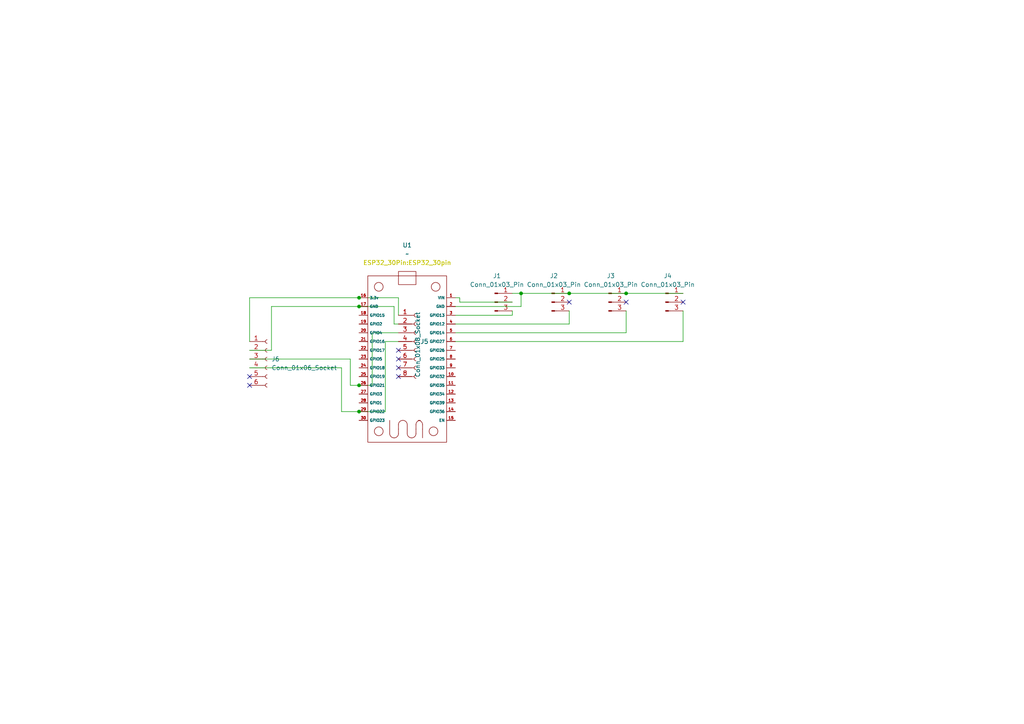
<source format=kicad_sch>
(kicad_sch
	(version 20250114)
	(generator "eeschema")
	(generator_version "9.0")
	(uuid "f9e5c362-f59e-43d2-85ed-01155fdd8f6c")
	(paper "A4")
	(lib_symbols
		(symbol "Connector:Conn_01x03_Pin"
			(pin_names
				(offset 1.016)
				(hide yes)
			)
			(exclude_from_sim no)
			(in_bom yes)
			(on_board yes)
			(property "Reference" "J"
				(at 0 5.08 0)
				(effects
					(font
						(size 1.27 1.27)
					)
				)
			)
			(property "Value" "Conn_01x03_Pin"
				(at 0 -5.08 0)
				(effects
					(font
						(size 1.27 1.27)
					)
				)
			)
			(property "Footprint" ""
				(at 0 0 0)
				(effects
					(font
						(size 1.27 1.27)
					)
					(hide yes)
				)
			)
			(property "Datasheet" "~"
				(at 0 0 0)
				(effects
					(font
						(size 1.27 1.27)
					)
					(hide yes)
				)
			)
			(property "Description" "Generic connector, single row, 01x03, script generated"
				(at 0 0 0)
				(effects
					(font
						(size 1.27 1.27)
					)
					(hide yes)
				)
			)
			(property "ki_locked" ""
				(at 0 0 0)
				(effects
					(font
						(size 1.27 1.27)
					)
				)
			)
			(property "ki_keywords" "connector"
				(at 0 0 0)
				(effects
					(font
						(size 1.27 1.27)
					)
					(hide yes)
				)
			)
			(property "ki_fp_filters" "Connector*:*_1x??_*"
				(at 0 0 0)
				(effects
					(font
						(size 1.27 1.27)
					)
					(hide yes)
				)
			)
			(symbol "Conn_01x03_Pin_1_1"
				(rectangle
					(start 0.8636 2.667)
					(end 0 2.413)
					(stroke
						(width 0.1524)
						(type default)
					)
					(fill
						(type outline)
					)
				)
				(rectangle
					(start 0.8636 0.127)
					(end 0 -0.127)
					(stroke
						(width 0.1524)
						(type default)
					)
					(fill
						(type outline)
					)
				)
				(rectangle
					(start 0.8636 -2.413)
					(end 0 -2.667)
					(stroke
						(width 0.1524)
						(type default)
					)
					(fill
						(type outline)
					)
				)
				(polyline
					(pts
						(xy 1.27 2.54) (xy 0.8636 2.54)
					)
					(stroke
						(width 0.1524)
						(type default)
					)
					(fill
						(type none)
					)
				)
				(polyline
					(pts
						(xy 1.27 0) (xy 0.8636 0)
					)
					(stroke
						(width 0.1524)
						(type default)
					)
					(fill
						(type none)
					)
				)
				(polyline
					(pts
						(xy 1.27 -2.54) (xy 0.8636 -2.54)
					)
					(stroke
						(width 0.1524)
						(type default)
					)
					(fill
						(type none)
					)
				)
				(pin passive line
					(at 5.08 2.54 180)
					(length 3.81)
					(name "Pin_1"
						(effects
							(font
								(size 1.27 1.27)
							)
						)
					)
					(number "1"
						(effects
							(font
								(size 1.27 1.27)
							)
						)
					)
				)
				(pin passive line
					(at 5.08 0 180)
					(length 3.81)
					(name "Pin_2"
						(effects
							(font
								(size 1.27 1.27)
							)
						)
					)
					(number "2"
						(effects
							(font
								(size 1.27 1.27)
							)
						)
					)
				)
				(pin passive line
					(at 5.08 -2.54 180)
					(length 3.81)
					(name "Pin_3"
						(effects
							(font
								(size 1.27 1.27)
							)
						)
					)
					(number "3"
						(effects
							(font
								(size 1.27 1.27)
							)
						)
					)
				)
			)
			(embedded_fonts no)
		)
		(symbol "Connector:Conn_01x06_Socket"
			(pin_names
				(offset 1.016)
				(hide yes)
			)
			(exclude_from_sim no)
			(in_bom yes)
			(on_board yes)
			(property "Reference" "J"
				(at 0 7.62 0)
				(effects
					(font
						(size 1.27 1.27)
					)
				)
			)
			(property "Value" "Conn_01x06_Socket"
				(at 0 -10.16 0)
				(effects
					(font
						(size 1.27 1.27)
					)
				)
			)
			(property "Footprint" ""
				(at 0 0 0)
				(effects
					(font
						(size 1.27 1.27)
					)
					(hide yes)
				)
			)
			(property "Datasheet" "~"
				(at 0 0 0)
				(effects
					(font
						(size 1.27 1.27)
					)
					(hide yes)
				)
			)
			(property "Description" "Generic connector, single row, 01x06, script generated"
				(at 0 0 0)
				(effects
					(font
						(size 1.27 1.27)
					)
					(hide yes)
				)
			)
			(property "ki_locked" ""
				(at 0 0 0)
				(effects
					(font
						(size 1.27 1.27)
					)
				)
			)
			(property "ki_keywords" "connector"
				(at 0 0 0)
				(effects
					(font
						(size 1.27 1.27)
					)
					(hide yes)
				)
			)
			(property "ki_fp_filters" "Connector*:*_1x??_*"
				(at 0 0 0)
				(effects
					(font
						(size 1.27 1.27)
					)
					(hide yes)
				)
			)
			(symbol "Conn_01x06_Socket_1_1"
				(polyline
					(pts
						(xy -1.27 5.08) (xy -0.508 5.08)
					)
					(stroke
						(width 0.1524)
						(type default)
					)
					(fill
						(type none)
					)
				)
				(polyline
					(pts
						(xy -1.27 2.54) (xy -0.508 2.54)
					)
					(stroke
						(width 0.1524)
						(type default)
					)
					(fill
						(type none)
					)
				)
				(polyline
					(pts
						(xy -1.27 0) (xy -0.508 0)
					)
					(stroke
						(width 0.1524)
						(type default)
					)
					(fill
						(type none)
					)
				)
				(polyline
					(pts
						(xy -1.27 -2.54) (xy -0.508 -2.54)
					)
					(stroke
						(width 0.1524)
						(type default)
					)
					(fill
						(type none)
					)
				)
				(polyline
					(pts
						(xy -1.27 -5.08) (xy -0.508 -5.08)
					)
					(stroke
						(width 0.1524)
						(type default)
					)
					(fill
						(type none)
					)
				)
				(polyline
					(pts
						(xy -1.27 -7.62) (xy -0.508 -7.62)
					)
					(stroke
						(width 0.1524)
						(type default)
					)
					(fill
						(type none)
					)
				)
				(arc
					(start 0 4.572)
					(mid -0.5058 5.08)
					(end 0 5.588)
					(stroke
						(width 0.1524)
						(type default)
					)
					(fill
						(type none)
					)
				)
				(arc
					(start 0 2.032)
					(mid -0.5058 2.54)
					(end 0 3.048)
					(stroke
						(width 0.1524)
						(type default)
					)
					(fill
						(type none)
					)
				)
				(arc
					(start 0 -0.508)
					(mid -0.5058 0)
					(end 0 0.508)
					(stroke
						(width 0.1524)
						(type default)
					)
					(fill
						(type none)
					)
				)
				(arc
					(start 0 -3.048)
					(mid -0.5058 -2.54)
					(end 0 -2.032)
					(stroke
						(width 0.1524)
						(type default)
					)
					(fill
						(type none)
					)
				)
				(arc
					(start 0 -5.588)
					(mid -0.5058 -5.08)
					(end 0 -4.572)
					(stroke
						(width 0.1524)
						(type default)
					)
					(fill
						(type none)
					)
				)
				(arc
					(start 0 -8.128)
					(mid -0.5058 -7.62)
					(end 0 -7.112)
					(stroke
						(width 0.1524)
						(type default)
					)
					(fill
						(type none)
					)
				)
				(pin passive line
					(at -5.08 5.08 0)
					(length 3.81)
					(name "Pin_1"
						(effects
							(font
								(size 1.27 1.27)
							)
						)
					)
					(number "1"
						(effects
							(font
								(size 1.27 1.27)
							)
						)
					)
				)
				(pin passive line
					(at -5.08 2.54 0)
					(length 3.81)
					(name "Pin_2"
						(effects
							(font
								(size 1.27 1.27)
							)
						)
					)
					(number "2"
						(effects
							(font
								(size 1.27 1.27)
							)
						)
					)
				)
				(pin passive line
					(at -5.08 0 0)
					(length 3.81)
					(name "Pin_3"
						(effects
							(font
								(size 1.27 1.27)
							)
						)
					)
					(number "3"
						(effects
							(font
								(size 1.27 1.27)
							)
						)
					)
				)
				(pin passive line
					(at -5.08 -2.54 0)
					(length 3.81)
					(name "Pin_4"
						(effects
							(font
								(size 1.27 1.27)
							)
						)
					)
					(number "4"
						(effects
							(font
								(size 1.27 1.27)
							)
						)
					)
				)
				(pin passive line
					(at -5.08 -5.08 0)
					(length 3.81)
					(name "Pin_5"
						(effects
							(font
								(size 1.27 1.27)
							)
						)
					)
					(number "5"
						(effects
							(font
								(size 1.27 1.27)
							)
						)
					)
				)
				(pin passive line
					(at -5.08 -7.62 0)
					(length 3.81)
					(name "Pin_6"
						(effects
							(font
								(size 1.27 1.27)
							)
						)
					)
					(number "6"
						(effects
							(font
								(size 1.27 1.27)
							)
						)
					)
				)
			)
			(embedded_fonts no)
		)
		(symbol "Connector:Conn_01x08_Socket"
			(pin_names
				(offset 1.016)
				(hide yes)
			)
			(exclude_from_sim no)
			(in_bom yes)
			(on_board yes)
			(property "Reference" "J"
				(at 0 10.16 0)
				(effects
					(font
						(size 1.27 1.27)
					)
				)
			)
			(property "Value" "Conn_01x08_Socket"
				(at 0 -12.7 0)
				(effects
					(font
						(size 1.27 1.27)
					)
				)
			)
			(property "Footprint" ""
				(at 0 0 0)
				(effects
					(font
						(size 1.27 1.27)
					)
					(hide yes)
				)
			)
			(property "Datasheet" "~"
				(at 0 0 0)
				(effects
					(font
						(size 1.27 1.27)
					)
					(hide yes)
				)
			)
			(property "Description" "Generic connector, single row, 01x08, script generated"
				(at 0 0 0)
				(effects
					(font
						(size 1.27 1.27)
					)
					(hide yes)
				)
			)
			(property "ki_locked" ""
				(at 0 0 0)
				(effects
					(font
						(size 1.27 1.27)
					)
				)
			)
			(property "ki_keywords" "connector"
				(at 0 0 0)
				(effects
					(font
						(size 1.27 1.27)
					)
					(hide yes)
				)
			)
			(property "ki_fp_filters" "Connector*:*_1x??_*"
				(at 0 0 0)
				(effects
					(font
						(size 1.27 1.27)
					)
					(hide yes)
				)
			)
			(symbol "Conn_01x08_Socket_1_1"
				(polyline
					(pts
						(xy -1.27 7.62) (xy -0.508 7.62)
					)
					(stroke
						(width 0.1524)
						(type default)
					)
					(fill
						(type none)
					)
				)
				(polyline
					(pts
						(xy -1.27 5.08) (xy -0.508 5.08)
					)
					(stroke
						(width 0.1524)
						(type default)
					)
					(fill
						(type none)
					)
				)
				(polyline
					(pts
						(xy -1.27 2.54) (xy -0.508 2.54)
					)
					(stroke
						(width 0.1524)
						(type default)
					)
					(fill
						(type none)
					)
				)
				(polyline
					(pts
						(xy -1.27 0) (xy -0.508 0)
					)
					(stroke
						(width 0.1524)
						(type default)
					)
					(fill
						(type none)
					)
				)
				(polyline
					(pts
						(xy -1.27 -2.54) (xy -0.508 -2.54)
					)
					(stroke
						(width 0.1524)
						(type default)
					)
					(fill
						(type none)
					)
				)
				(polyline
					(pts
						(xy -1.27 -5.08) (xy -0.508 -5.08)
					)
					(stroke
						(width 0.1524)
						(type default)
					)
					(fill
						(type none)
					)
				)
				(polyline
					(pts
						(xy -1.27 -7.62) (xy -0.508 -7.62)
					)
					(stroke
						(width 0.1524)
						(type default)
					)
					(fill
						(type none)
					)
				)
				(polyline
					(pts
						(xy -1.27 -10.16) (xy -0.508 -10.16)
					)
					(stroke
						(width 0.1524)
						(type default)
					)
					(fill
						(type none)
					)
				)
				(arc
					(start 0 7.112)
					(mid -0.5058 7.62)
					(end 0 8.128)
					(stroke
						(width 0.1524)
						(type default)
					)
					(fill
						(type none)
					)
				)
				(arc
					(start 0 4.572)
					(mid -0.5058 5.08)
					(end 0 5.588)
					(stroke
						(width 0.1524)
						(type default)
					)
					(fill
						(type none)
					)
				)
				(arc
					(start 0 2.032)
					(mid -0.5058 2.54)
					(end 0 3.048)
					(stroke
						(width 0.1524)
						(type default)
					)
					(fill
						(type none)
					)
				)
				(arc
					(start 0 -0.508)
					(mid -0.5058 0)
					(end 0 0.508)
					(stroke
						(width 0.1524)
						(type default)
					)
					(fill
						(type none)
					)
				)
				(arc
					(start 0 -3.048)
					(mid -0.5058 -2.54)
					(end 0 -2.032)
					(stroke
						(width 0.1524)
						(type default)
					)
					(fill
						(type none)
					)
				)
				(arc
					(start 0 -5.588)
					(mid -0.5058 -5.08)
					(end 0 -4.572)
					(stroke
						(width 0.1524)
						(type default)
					)
					(fill
						(type none)
					)
				)
				(arc
					(start 0 -8.128)
					(mid -0.5058 -7.62)
					(end 0 -7.112)
					(stroke
						(width 0.1524)
						(type default)
					)
					(fill
						(type none)
					)
				)
				(arc
					(start 0 -10.668)
					(mid -0.5058 -10.16)
					(end 0 -9.652)
					(stroke
						(width 0.1524)
						(type default)
					)
					(fill
						(type none)
					)
				)
				(pin passive line
					(at -5.08 7.62 0)
					(length 3.81)
					(name "Pin_1"
						(effects
							(font
								(size 1.27 1.27)
							)
						)
					)
					(number "1"
						(effects
							(font
								(size 1.27 1.27)
							)
						)
					)
				)
				(pin passive line
					(at -5.08 5.08 0)
					(length 3.81)
					(name "Pin_2"
						(effects
							(font
								(size 1.27 1.27)
							)
						)
					)
					(number "2"
						(effects
							(font
								(size 1.27 1.27)
							)
						)
					)
				)
				(pin passive line
					(at -5.08 2.54 0)
					(length 3.81)
					(name "Pin_3"
						(effects
							(font
								(size 1.27 1.27)
							)
						)
					)
					(number "3"
						(effects
							(font
								(size 1.27 1.27)
							)
						)
					)
				)
				(pin passive line
					(at -5.08 0 0)
					(length 3.81)
					(name "Pin_4"
						(effects
							(font
								(size 1.27 1.27)
							)
						)
					)
					(number "4"
						(effects
							(font
								(size 1.27 1.27)
							)
						)
					)
				)
				(pin passive line
					(at -5.08 -2.54 0)
					(length 3.81)
					(name "Pin_5"
						(effects
							(font
								(size 1.27 1.27)
							)
						)
					)
					(number "5"
						(effects
							(font
								(size 1.27 1.27)
							)
						)
					)
				)
				(pin passive line
					(at -5.08 -5.08 0)
					(length 3.81)
					(name "Pin_6"
						(effects
							(font
								(size 1.27 1.27)
							)
						)
					)
					(number "6"
						(effects
							(font
								(size 1.27 1.27)
							)
						)
					)
				)
				(pin passive line
					(at -5.08 -7.62 0)
					(length 3.81)
					(name "Pin_7"
						(effects
							(font
								(size 1.27 1.27)
							)
						)
					)
					(number "7"
						(effects
							(font
								(size 1.27 1.27)
							)
						)
					)
				)
				(pin passive line
					(at -5.08 -10.16 0)
					(length 3.81)
					(name "Pin_8"
						(effects
							(font
								(size 1.27 1.27)
							)
						)
					)
					(number "8"
						(effects
							(font
								(size 1.27 1.27)
							)
						)
					)
				)
			)
			(embedded_fonts no)
		)
		(symbol "esp32_30pin_revised:ESP32_30Pin"
			(exclude_from_sim no)
			(in_bom yes)
			(on_board yes)
			(property "Reference" "U"
				(at 0 0 0)
				(effects
					(font
						(size 1.27 1.27)
					)
				)
			)
			(property "Value" ""
				(at 0 0 0)
				(effects
					(font
						(size 1.27 1.27)
					)
				)
			)
			(property "Footprint" "ESP32_30pin"
				(at 0 -2.54 0)
				(effects
					(font
						(size 1.27 1.27)
						(color 194 194 0 1)
					)
				)
			)
			(property "Datasheet" ""
				(at 0 0 0)
				(effects
					(font
						(size 1.27 1.27)
					)
					(hide yes)
				)
			)
			(property "Description" ""
				(at 0 0 0)
				(effects
					(font
						(size 1.27 1.27)
					)
					(hide yes)
				)
			)
			(symbol "ESP32_30Pin_0_1"
				(rectangle
					(start -24.13 11.43)
					(end 24.13 -11.43)
					(stroke
						(width 0)
						(type default)
					)
					(fill
						(type none)
					)
				)
				(polyline
					(pts
						(xy -21.59 5.08) (xy -20.32 5.08)
					)
					(stroke
						(width 0)
						(type default)
					)
					(fill
						(type none)
					)
				)
				(polyline
					(pts
						(xy -21.59 2.54) (xy -20.32 2.54)
					)
					(stroke
						(width 0)
						(type default)
					)
					(fill
						(type none)
					)
				)
				(polyline
					(pts
						(xy -21.59 0) (xy -20.32 0)
					)
					(stroke
						(width 0)
						(type default)
					)
					(fill
						(type none)
					)
				)
				(polyline
					(pts
						(xy -21.59 -2.54) (xy -20.32 -2.54)
					)
					(stroke
						(width 0)
						(type default)
					)
					(fill
						(type none)
					)
				)
				(arc
					(start -21.5975 2.5325)
					(mid -22.4933 2.9067)
					(end -22.8675 3.8025)
					(stroke
						(width 0)
						(type default)
					)
					(fill
						(type none)
					)
				)
				(arc
					(start -21.5975 -2.5475)
					(mid -22.4933 -2.1733)
					(end -22.8675 -1.2775)
					(stroke
						(width 0)
						(type default)
					)
					(fill
						(type none)
					)
				)
				(arc
					(start -22.86 3.81)
					(mid -22.4873 4.7073)
					(end -21.59 5.08)
					(stroke
						(width 0)
						(type default)
					)
					(fill
						(type none)
					)
				)
				(arc
					(start -22.86 -1.27)
					(mid -22.4873 -0.3727)
					(end -21.59 0)
					(stroke
						(width 0)
						(type default)
					)
					(fill
						(type none)
					)
				)
				(circle
					(center -20.955 8.255)
					(radius 1.27)
					(stroke
						(width 0)
						(type default)
					)
					(fill
						(type none)
					)
				)
				(circle
					(center -20.955 -7.62)
					(radius 1.27)
					(stroke
						(width 0)
						(type default)
					)
					(fill
						(type none)
					)
				)
				(polyline
					(pts
						(xy -20.32 5.08) (xy -17.78 5.08)
					)
					(stroke
						(width 0)
						(type default)
					)
					(fill
						(type none)
					)
				)
				(polyline
					(pts
						(xy -20.32 -4.445) (xy -22.86 -4.445)
					)
					(stroke
						(width 0)
						(type default)
					)
					(fill
						(type none)
					)
				)
				(arc
					(start -17.7775 1.2675)
					(mid -18.1502 0.3702)
					(end -19.0475 -0.0025)
					(stroke
						(width 0)
						(type default)
					)
					(fill
						(type none)
					)
				)
				(arc
					(start -17.7775 -3.1775)
					(mid -18.1502 -4.0748)
					(end -19.0475 -4.4475)
					(stroke
						(width 0)
						(type default)
					)
					(fill
						(type none)
					)
				)
				(arc
					(start -19.04 2.545)
					(mid -18.1442 2.1708)
					(end -17.77 1.275)
					(stroke
						(width 0)
						(type default)
					)
					(fill
						(type none)
					)
				)
				(arc
					(start -19.04 -2.535)
					(mid -18.1442 -2.9092)
					(end -17.77 -3.805)
					(stroke
						(width 0)
						(type default)
					)
					(fill
						(type none)
					)
				)
				(polyline
					(pts
						(xy -19.0475 2.5375) (xy -20.3175 2.5375)
					)
					(stroke
						(width 0)
						(type default)
					)
					(fill
						(type none)
					)
				)
				(polyline
					(pts
						(xy -19.0475 -0.0025) (xy -20.3175 -0.0025)
					)
					(stroke
						(width 0)
						(type default)
					)
					(fill
						(type none)
					)
				)
				(polyline
					(pts
						(xy -19.0475 -2.5425) (xy -20.3175 -2.5425)
					)
					(stroke
						(width 0)
						(type default)
					)
					(fill
						(type none)
					)
				)
				(polyline
					(pts
						(xy -19.0475 -4.4475) (xy -20.3175 -4.4475)
					)
					(stroke
						(width 0)
						(type default)
					)
					(fill
						(type none)
					)
				)
				(circle
					(center 20.955 8.255)
					(radius 1.27)
					(stroke
						(width 0)
						(type default)
					)
					(fill
						(type none)
					)
				)
				(circle
					(center 20.955 -8.255)
					(radius 1.27)
					(stroke
						(width 0)
						(type default)
					)
					(fill
						(type none)
					)
				)
				(rectangle
					(start 21.59 2.54)
					(end 25.4 -2.54)
					(stroke
						(width 0)
						(type default)
					)
					(fill
						(type none)
					)
				)
			)
			(symbol "ESP32_30Pin_1_1"
				(pin bidirectional line
					(at -17.78 13.97 270)
					(length 2.54)
					(name "GPIO23"
						(effects
							(font
								(size 0.7874 0.7874)
							)
						)
					)
					(number "30"
						(effects
							(font
								(size 0.7874 0.7874)
							)
						)
					)
				)
				(pin bidirectional line
					(at -17.78 -13.97 90)
					(length 2.54)
					(name "EN"
						(effects
							(font
								(size 0.7874 0.7874)
							)
						)
					)
					(number "15"
						(effects
							(font
								(size 0.7874 0.7874)
							)
						)
					)
				)
				(pin bidirectional line
					(at -15.24 13.97 270)
					(length 2.54)
					(name "GPIO22"
						(effects
							(font
								(size 0.7874 0.7874)
							)
						)
					)
					(number "29"
						(effects
							(font
								(size 0.7874 0.7874)
							)
						)
					)
				)
				(pin bidirectional line
					(at -15.24 -13.97 90)
					(length 2.54)
					(name "GPIO36"
						(effects
							(font
								(size 0.7874 0.7874)
							)
						)
					)
					(number "14"
						(effects
							(font
								(size 0.7874 0.7874)
							)
						)
					)
				)
				(pin bidirectional line
					(at -12.7 13.97 270)
					(length 2.54)
					(name "GPIO1"
						(effects
							(font
								(size 0.7874 0.7874)
							)
						)
					)
					(number "28"
						(effects
							(font
								(size 0.7874 0.7874)
							)
						)
					)
				)
				(pin bidirectional line
					(at -12.7 -13.97 90)
					(length 2.54)
					(name "GPIO39"
						(effects
							(font
								(size 0.7874 0.7874)
							)
						)
					)
					(number "13"
						(effects
							(font
								(size 0.7874 0.7874)
							)
						)
					)
				)
				(pin bidirectional line
					(at -10.16 13.97 270)
					(length 2.54)
					(name "GPIO3"
						(effects
							(font
								(size 0.7874 0.7874)
							)
						)
					)
					(number "27"
						(effects
							(font
								(size 0.7874 0.7874)
							)
						)
					)
				)
				(pin bidirectional line
					(at -10.16 -13.97 90)
					(length 2.54)
					(name "GPIO34"
						(effects
							(font
								(size 0.7874 0.7874)
							)
						)
					)
					(number "12"
						(effects
							(font
								(size 0.7874 0.7874)
							)
						)
					)
				)
				(pin bidirectional line
					(at -7.62 13.97 270)
					(length 2.54)
					(name "GPIO21"
						(effects
							(font
								(size 0.7874 0.7874)
							)
						)
					)
					(number "26"
						(effects
							(font
								(size 0.7874 0.7874)
							)
						)
					)
				)
				(pin bidirectional line
					(at -7.62 -13.97 90)
					(length 2.54)
					(name "GPIO35"
						(effects
							(font
								(size 0.7874 0.7874)
							)
						)
					)
					(number "11"
						(effects
							(font
								(size 0.7874 0.7874)
							)
						)
					)
				)
				(pin bidirectional line
					(at -5.08 13.97 270)
					(length 2.54)
					(name "GPIO19"
						(effects
							(font
								(size 0.7874 0.7874)
							)
						)
					)
					(number "25"
						(effects
							(font
								(size 0.7874 0.7874)
							)
						)
					)
				)
				(pin bidirectional line
					(at -5.08 -13.97 90)
					(length 2.54)
					(name "GPIO32"
						(effects
							(font
								(size 0.7874 0.7874)
							)
						)
					)
					(number "10"
						(effects
							(font
								(size 0.7874 0.7874)
							)
						)
					)
				)
				(pin bidirectional line
					(at -2.54 13.97 270)
					(length 2.54)
					(name "GPIO18"
						(effects
							(font
								(size 0.7874 0.7874)
							)
						)
					)
					(number "24"
						(effects
							(font
								(size 0.7874 0.7874)
							)
						)
					)
				)
				(pin bidirectional line
					(at -2.54 -13.97 90)
					(length 2.54)
					(name "GPIO33"
						(effects
							(font
								(size 0.7874 0.7874)
							)
						)
					)
					(number "9"
						(effects
							(font
								(size 0.7874 0.7874)
							)
						)
					)
				)
				(pin bidirectional line
					(at 0 13.97 270)
					(length 2.54)
					(name "GPIO5"
						(effects
							(font
								(size 0.7874 0.7874)
							)
						)
					)
					(number "23"
						(effects
							(font
								(size 0.7874 0.7874)
							)
						)
					)
				)
				(pin bidirectional line
					(at 0 -13.97 90)
					(length 2.54)
					(name "GPIO25"
						(effects
							(font
								(size 0.7874 0.7874)
							)
						)
					)
					(number "8"
						(effects
							(font
								(size 0.7874 0.7874)
							)
						)
					)
				)
				(pin bidirectional line
					(at 2.54 13.97 270)
					(length 2.54)
					(name "GPIO17"
						(effects
							(font
								(size 0.7874 0.7874)
							)
						)
					)
					(number "22"
						(effects
							(font
								(size 0.7874 0.7874)
							)
						)
					)
				)
				(pin bidirectional line
					(at 2.54 -13.97 90)
					(length 2.54)
					(name "GPIO26"
						(effects
							(font
								(size 0.7874 0.7874)
							)
						)
					)
					(number "7"
						(effects
							(font
								(size 0.7874 0.7874)
							)
						)
					)
				)
				(pin bidirectional line
					(at 5.08 13.97 270)
					(length 2.54)
					(name "GPIO16"
						(effects
							(font
								(size 0.7874 0.7874)
							)
						)
					)
					(number "21"
						(effects
							(font
								(size 0.7874 0.7874)
							)
						)
					)
				)
				(pin bidirectional line
					(at 5.08 -13.97 90)
					(length 2.54)
					(name "GPIO27"
						(effects
							(font
								(size 0.7874 0.7874)
							)
						)
					)
					(number "6"
						(effects
							(font
								(size 0.7874 0.7874)
							)
						)
					)
				)
				(pin bidirectional line
					(at 7.62 13.97 270)
					(length 2.54)
					(name "GPIO4"
						(effects
							(font
								(size 0.7874 0.7874)
							)
						)
					)
					(number "20"
						(effects
							(font
								(size 0.7874 0.7874)
							)
						)
					)
				)
				(pin bidirectional line
					(at 7.62 -13.97 90)
					(length 2.54)
					(name "GPIO14"
						(effects
							(font
								(size 0.7874 0.7874)
							)
						)
					)
					(number "5"
						(effects
							(font
								(size 0.7874 0.7874)
							)
						)
					)
				)
				(pin bidirectional line
					(at 10.16 13.97 270)
					(length 2.54)
					(name "GPIO2"
						(effects
							(font
								(size 0.7874 0.7874)
							)
						)
					)
					(number "19"
						(effects
							(font
								(size 0.7874 0.7874)
							)
						)
					)
				)
				(pin bidirectional line
					(at 10.16 -13.97 90)
					(length 2.54)
					(name "GPIO12"
						(effects
							(font
								(size 0.7874 0.7874)
							)
						)
					)
					(number "4"
						(effects
							(font
								(size 0.7874 0.7874)
							)
						)
					)
				)
				(pin bidirectional line
					(at 12.7 13.97 270)
					(length 2.54)
					(name "GPIO15"
						(effects
							(font
								(size 0.7874 0.7874)
							)
						)
					)
					(number "18"
						(effects
							(font
								(size 0.7874 0.7874)
							)
						)
					)
				)
				(pin bidirectional line
					(at 12.7 -13.97 90)
					(length 2.54)
					(name "GPIO13"
						(effects
							(font
								(size 0.7874 0.7874)
							)
						)
					)
					(number "3"
						(effects
							(font
								(size 0.7874 0.7874)
							)
						)
					)
				)
				(pin power_in line
					(at 15.24 13.97 270)
					(length 2.54)
					(name "GND"
						(effects
							(font
								(size 0.7874 0.7874)
							)
						)
					)
					(number "17"
						(effects
							(font
								(size 0.7874 0.7874)
							)
						)
					)
				)
				(pin bidirectional line
					(at 15.24 -13.97 90)
					(length 2.54)
					(name "GND"
						(effects
							(font
								(size 0.7874 0.7874)
							)
						)
					)
					(number "2"
						(effects
							(font
								(size 0.7874 0.7874)
							)
						)
					)
				)
				(pin output line
					(at 17.78 13.97 270)
					(length 2.54)
					(name "3.3v"
						(effects
							(font
								(size 0.7874 0.7874)
							)
						)
					)
					(number "16"
						(effects
							(font
								(size 0.7874 0.7874)
							)
						)
					)
				)
				(pin power_out line
					(at 17.78 -13.97 90)
					(length 2.54)
					(name "VIN"
						(effects
							(font
								(size 0.7874 0.7874)
							)
						)
					)
					(number "1"
						(effects
							(font
								(size 0.7874 0.7874)
							)
						)
					)
				)
			)
			(embedded_fonts no)
		)
	)
	(junction
		(at 165.1 85.09)
		(diameter 0)
		(color 0 0 0 0)
		(uuid "56f284c7-aa03-4d5a-a3d0-d8c944f8d1d3")
	)
	(junction
		(at 104.14 119.38)
		(diameter 0)
		(color 0 0 0 0)
		(uuid "6e98ae0d-c797-4e96-b10e-2889e4a5a7ce")
	)
	(junction
		(at 104.14 111.76)
		(diameter 0)
		(color 0 0 0 0)
		(uuid "8626cab2-4416-43d6-896d-d5a0bd869b3f")
	)
	(junction
		(at 104.14 86.36)
		(diameter 0)
		(color 0 0 0 0)
		(uuid "a55bc881-4604-406b-bba9-85acc6ff8e9f")
	)
	(junction
		(at 151.13 85.09)
		(diameter 0)
		(color 0 0 0 0)
		(uuid "a9fc4e0e-78f2-4121-a0e9-4cac03dee929")
	)
	(junction
		(at 181.61 85.09)
		(diameter 0)
		(color 0 0 0 0)
		(uuid "b22866d0-d547-4be0-a6d5-4f8a5c1795cc")
	)
	(junction
		(at 104.14 88.9)
		(diameter 0)
		(color 0 0 0 0)
		(uuid "ec08d1e0-a882-4162-b591-7bb1f9beb0a8")
	)
	(no_connect
		(at 115.57 104.14)
		(uuid "025ecd59-38ea-4f8a-9e68-ec63bfc846b6")
	)
	(no_connect
		(at 165.1 87.63)
		(uuid "7cba2795-e37f-4073-abda-42e95b4912dd")
	)
	(no_connect
		(at 181.61 87.63)
		(uuid "831848d6-e475-484b-a57e-2cfd08a2f02b")
	)
	(no_connect
		(at 198.12 87.63)
		(uuid "ab96acc9-cfc9-46db-8c84-385ea7ca19ac")
	)
	(no_connect
		(at 115.57 106.68)
		(uuid "c973c67a-5040-4fdc-b7cc-47c9025641d2")
	)
	(no_connect
		(at 72.39 109.22)
		(uuid "d27b051d-3dde-4399-9db5-5568f064398a")
	)
	(no_connect
		(at 115.57 101.6)
		(uuid "d344d24c-3df2-44ce-b4b4-1f19e48d1ed6")
	)
	(no_connect
		(at 72.39 111.76)
		(uuid "e94b3de7-4702-4012-b64c-65cda98d08c8")
	)
	(no_connect
		(at 115.57 109.22)
		(uuid "ff62c7a0-28b9-49ef-81eb-ce4ae2c663e4")
	)
	(wire
		(pts
			(xy 78.74 101.6) (xy 78.74 88.9)
		)
		(stroke
			(width 0)
			(type default)
		)
		(uuid "02dcb124-1c8b-4c8f-8dc5-0c025aa1f687")
	)
	(wire
		(pts
			(xy 198.12 99.06) (xy 132.08 99.06)
		)
		(stroke
			(width 0)
			(type default)
		)
		(uuid "06bb4caf-16e2-42a8-bce4-0e366c8ab245")
	)
	(wire
		(pts
			(xy 114.3 93.98) (xy 114.3 88.9)
		)
		(stroke
			(width 0)
			(type default)
		)
		(uuid "285ad6ae-bc5e-4a0b-8a51-b38b807395c6")
	)
	(wire
		(pts
			(xy 72.39 104.14) (xy 101.6 104.14)
		)
		(stroke
			(width 0)
			(type default)
		)
		(uuid "2b21e9da-aa37-4a52-a3de-840727a9cb6d")
	)
	(wire
		(pts
			(xy 101.6 111.76) (xy 104.14 111.76)
		)
		(stroke
			(width 0)
			(type default)
		)
		(uuid "2ed39e2e-5052-4d97-9460-3a7ce3171794")
	)
	(wire
		(pts
			(xy 151.13 85.09) (xy 165.1 85.09)
		)
		(stroke
			(width 0)
			(type default)
		)
		(uuid "352458c5-233c-4ef8-b240-226cfd64aac6")
	)
	(wire
		(pts
			(xy 115.57 91.44) (xy 115.57 86.36)
		)
		(stroke
			(width 0)
			(type default)
		)
		(uuid "369a82b6-63b3-4163-b0dd-b219076acc5d")
	)
	(wire
		(pts
			(xy 115.57 93.98) (xy 114.3 93.98)
		)
		(stroke
			(width 0)
			(type default)
		)
		(uuid "3995b3d1-b0b5-4690-91a5-7a63e169fa29")
	)
	(wire
		(pts
			(xy 198.12 90.17) (xy 198.12 99.06)
		)
		(stroke
			(width 0)
			(type default)
		)
		(uuid "3b832368-55ee-4dee-b44a-d482656e45c8")
	)
	(wire
		(pts
			(xy 72.39 106.68) (xy 99.06 106.68)
		)
		(stroke
			(width 0)
			(type default)
		)
		(uuid "3c3ea7e1-0d61-4213-9093-1cfc83c316bd")
	)
	(wire
		(pts
			(xy 165.1 90.17) (xy 165.1 93.98)
		)
		(stroke
			(width 0)
			(type default)
		)
		(uuid "418d27f5-f992-42c9-ab34-a241c98907c6")
	)
	(wire
		(pts
			(xy 72.39 99.06) (xy 72.39 86.36)
		)
		(stroke
			(width 0)
			(type default)
		)
		(uuid "4bdc5d68-9b70-4917-b33b-15612455ba49")
	)
	(wire
		(pts
			(xy 107.95 96.52) (xy 107.95 111.76)
		)
		(stroke
			(width 0)
			(type default)
		)
		(uuid "67bffebb-6cd1-47a6-bb55-4a46394f62c7")
	)
	(wire
		(pts
			(xy 99.06 106.68) (xy 99.06 119.38)
		)
		(stroke
			(width 0)
			(type default)
		)
		(uuid "6bd1d7a0-0a31-4c8a-99b4-69c09973c3bb")
	)
	(wire
		(pts
			(xy 104.14 86.36) (xy 115.57 86.36)
		)
		(stroke
			(width 0)
			(type default)
		)
		(uuid "70d7c37b-b64f-41fa-b05a-3acbae1a40d7")
	)
	(wire
		(pts
			(xy 115.57 99.06) (xy 111.76 99.06)
		)
		(stroke
			(width 0)
			(type default)
		)
		(uuid "73ea54fb-cbe4-4108-9db6-6abaf271dba6")
	)
	(wire
		(pts
			(xy 148.59 85.09) (xy 151.13 85.09)
		)
		(stroke
			(width 0)
			(type default)
		)
		(uuid "79689f72-e1dc-4af5-8e48-7bcfa5b8e281")
	)
	(wire
		(pts
			(xy 181.61 90.17) (xy 181.61 96.52)
		)
		(stroke
			(width 0)
			(type default)
		)
		(uuid "7d0f2531-4a85-4569-b369-92e92b761246")
	)
	(wire
		(pts
			(xy 165.1 85.09) (xy 181.61 85.09)
		)
		(stroke
			(width 0)
			(type default)
		)
		(uuid "80ae5f34-efdb-4dac-ab7c-4199d99864f7")
	)
	(wire
		(pts
			(xy 151.13 88.9) (xy 132.08 88.9)
		)
		(stroke
			(width 0)
			(type default)
		)
		(uuid "877d37f6-4581-46fc-af69-e95d52502dd0")
	)
	(wire
		(pts
			(xy 165.1 93.98) (xy 132.08 93.98)
		)
		(stroke
			(width 0)
			(type default)
		)
		(uuid "8bc67625-0d10-45da-9d11-d83a36192e94")
	)
	(wire
		(pts
			(xy 115.57 96.52) (xy 107.95 96.52)
		)
		(stroke
			(width 0)
			(type default)
		)
		(uuid "8be8ffc2-634e-470f-8d49-f95c18d458d9")
	)
	(wire
		(pts
			(xy 111.76 99.06) (xy 111.76 119.38)
		)
		(stroke
			(width 0)
			(type default)
		)
		(uuid "8c032722-a2ab-4e1e-ba58-8b33d6984987")
	)
	(wire
		(pts
			(xy 148.59 91.44) (xy 132.08 91.44)
		)
		(stroke
			(width 0)
			(type default)
		)
		(uuid "8ce44502-f4b7-43c4-ac37-fec2e9481aaa")
	)
	(wire
		(pts
			(xy 148.59 87.63) (xy 133.35 87.63)
		)
		(stroke
			(width 0)
			(type default)
		)
		(uuid "915f166a-4964-4b4e-8250-3495191493fc")
	)
	(wire
		(pts
			(xy 99.06 119.38) (xy 104.14 119.38)
		)
		(stroke
			(width 0)
			(type default)
		)
		(uuid "921665e8-8d65-4e86-965d-f21290ad414f")
	)
	(wire
		(pts
			(xy 114.3 88.9) (xy 104.14 88.9)
		)
		(stroke
			(width 0)
			(type default)
		)
		(uuid "9219a087-bfee-45d5-b99e-f47f5e365e66")
	)
	(wire
		(pts
			(xy 133.35 87.63) (xy 133.35 86.36)
		)
		(stroke
			(width 0)
			(type default)
		)
		(uuid "9830a1a2-4352-4dc7-a472-e39a8f198388")
	)
	(wire
		(pts
			(xy 151.13 85.09) (xy 151.13 88.9)
		)
		(stroke
			(width 0)
			(type default)
		)
		(uuid "990d799e-d415-4da7-a3fa-97a8088d2445")
	)
	(wire
		(pts
			(xy 132.08 86.36) (xy 133.35 86.36)
		)
		(stroke
			(width 0)
			(type default)
		)
		(uuid "a56f1d04-b5cc-45f5-b9d5-a3fa8725fe7c")
	)
	(wire
		(pts
			(xy 181.61 85.09) (xy 198.12 85.09)
		)
		(stroke
			(width 0)
			(type default)
		)
		(uuid "c42a5ab8-1742-463d-a110-e350a9868ac8")
	)
	(wire
		(pts
			(xy 111.76 119.38) (xy 104.14 119.38)
		)
		(stroke
			(width 0)
			(type default)
		)
		(uuid "c7df66d6-7b01-46c8-933d-356b452bae9a")
	)
	(wire
		(pts
			(xy 101.6 104.14) (xy 101.6 111.76)
		)
		(stroke
			(width 0)
			(type default)
		)
		(uuid "cf1448b0-f523-41f3-a243-031ae3d3da34")
	)
	(wire
		(pts
			(xy 72.39 101.6) (xy 78.74 101.6)
		)
		(stroke
			(width 0)
			(type default)
		)
		(uuid "d40a3324-494b-4f64-bb54-c2c21c0d585d")
	)
	(wire
		(pts
			(xy 78.74 88.9) (xy 104.14 88.9)
		)
		(stroke
			(width 0)
			(type default)
		)
		(uuid "dd3ebad1-67aa-4344-a6f7-5061aa0431ed")
	)
	(wire
		(pts
			(xy 107.95 111.76) (xy 104.14 111.76)
		)
		(stroke
			(width 0)
			(type default)
		)
		(uuid "de970de7-f15c-4595-87aa-1b61f42c3135")
	)
	(wire
		(pts
			(xy 72.39 86.36) (xy 104.14 86.36)
		)
		(stroke
			(width 0)
			(type default)
		)
		(uuid "e9f827c4-fe3a-4b2c-b534-482a4eb75c56")
	)
	(wire
		(pts
			(xy 148.59 90.17) (xy 148.59 91.44)
		)
		(stroke
			(width 0)
			(type default)
		)
		(uuid "ebbe58ef-52dc-4ba0-8755-0f319456659d")
	)
	(wire
		(pts
			(xy 181.61 96.52) (xy 132.08 96.52)
		)
		(stroke
			(width 0)
			(type default)
		)
		(uuid "f0eccac7-828c-4c9c-9aea-5c5e117a0f12")
	)
	(symbol
		(lib_id "Connector:Conn_01x03_Pin")
		(at 193.04 87.63 0)
		(unit 1)
		(exclude_from_sim no)
		(in_bom yes)
		(on_board yes)
		(dnp no)
		(fields_autoplaced yes)
		(uuid "12deb2ce-322a-4240-8667-b4103fd34b85")
		(property "Reference" "J4"
			(at 193.675 80.01 0)
			(effects
				(font
					(size 1.27 1.27)
				)
			)
		)
		(property "Value" "Conn_01x03_Pin"
			(at 193.675 82.55 0)
			(effects
				(font
					(size 1.27 1.27)
				)
			)
		)
		(property "Footprint" "Connector:FanPinHeader_1x03_P2.54mm_Vertical"
			(at 193.04 87.63 0)
			(effects
				(font
					(size 1.27 1.27)
				)
				(hide yes)
			)
		)
		(property "Datasheet" "~"
			(at 193.04 87.63 0)
			(effects
				(font
					(size 1.27 1.27)
				)
				(hide yes)
			)
		)
		(property "Description" "Generic connector, single row, 01x03, script generated"
			(at 193.04 87.63 0)
			(effects
				(font
					(size 1.27 1.27)
				)
				(hide yes)
			)
		)
		(pin "3"
			(uuid "0878120e-48c0-4224-ba0b-6b4446d51eff")
		)
		(pin "2"
			(uuid "96b6e035-d454-49eb-907d-e79538b23993")
		)
		(pin "1"
			(uuid "ecbdaeb9-bca7-41b5-999d-e22467601fb6")
		)
		(instances
			(project "Drone"
				(path "/f9e5c362-f59e-43d2-85ed-01155fdd8f6c"
					(reference "J4")
					(unit 1)
				)
			)
		)
	)
	(symbol
		(lib_id "Connector:Conn_01x03_Pin")
		(at 176.53 87.63 0)
		(unit 1)
		(exclude_from_sim no)
		(in_bom yes)
		(on_board yes)
		(dnp no)
		(fields_autoplaced yes)
		(uuid "1f2f7855-25ab-4ec0-94d7-073c2126330d")
		(property "Reference" "J3"
			(at 177.165 80.01 0)
			(effects
				(font
					(size 1.27 1.27)
				)
			)
		)
		(property "Value" "Conn_01x03_Pin"
			(at 177.165 82.55 0)
			(effects
				(font
					(size 1.27 1.27)
				)
			)
		)
		(property "Footprint" "Connector:FanPinHeader_1x03_P2.54mm_Vertical"
			(at 176.53 87.63 0)
			(effects
				(font
					(size 1.27 1.27)
				)
				(hide yes)
			)
		)
		(property "Datasheet" "~"
			(at 176.53 87.63 0)
			(effects
				(font
					(size 1.27 1.27)
				)
				(hide yes)
			)
		)
		(property "Description" "Generic connector, single row, 01x03, script generated"
			(at 176.53 87.63 0)
			(effects
				(font
					(size 1.27 1.27)
				)
				(hide yes)
			)
		)
		(pin "3"
			(uuid "743e2b09-49a2-497a-ac44-251519eac150")
		)
		(pin "2"
			(uuid "79aed6bd-9580-485f-af5f-5f019723043a")
		)
		(pin "1"
			(uuid "71791cf7-eae3-4ec0-b6f4-73f1674ff879")
		)
		(instances
			(project "Drone"
				(path "/f9e5c362-f59e-43d2-85ed-01155fdd8f6c"
					(reference "J3")
					(unit 1)
				)
			)
		)
	)
	(symbol
		(lib_id "Connector:Conn_01x08_Socket")
		(at 120.65 99.06 0)
		(unit 1)
		(exclude_from_sim no)
		(in_bom yes)
		(on_board yes)
		(dnp no)
		(uuid "99004cd4-0652-418c-9d07-773ed06af1ca")
		(property "Reference" "J5"
			(at 121.92 99.0599 0)
			(effects
				(font
					(size 1.27 1.27)
				)
				(justify left)
			)
		)
		(property "Value" "Conn_01x08_Socket"
			(at 121.158 109.474 90)
			(effects
				(font
					(size 1.27 1.27)
				)
				(justify left)
			)
		)
		(property "Footprint" ""
			(at 120.65 99.06 0)
			(effects
				(font
					(size 1.27 1.27)
				)
				(hide yes)
			)
		)
		(property "Datasheet" "~"
			(at 120.65 99.06 0)
			(effects
				(font
					(size 1.27 1.27)
				)
				(hide yes)
			)
		)
		(property "Description" "Generic connector, single row, 01x08, script generated"
			(at 120.65 99.06 0)
			(effects
				(font
					(size 1.27 1.27)
				)
				(hide yes)
			)
		)
		(pin "6"
			(uuid "022fbbc6-c34d-454f-b2b7-d44ac8b8446d")
		)
		(pin "1"
			(uuid "c1fa78a2-50c4-4fd3-a230-11fe647c3eff")
		)
		(pin "5"
			(uuid "f4bc479f-ea22-4448-ab7b-a458afef1662")
		)
		(pin "8"
			(uuid "ef7ba4cc-1598-415d-b9f9-3ef04802f91a")
		)
		(pin "7"
			(uuid "5b3347e1-52f3-410d-9538-2eded0f31003")
		)
		(pin "4"
			(uuid "3f5b996d-e74b-48a4-a1ba-16f83b97567e")
		)
		(pin "2"
			(uuid "504fb3a7-11c7-4372-9682-7f25aa9e340f")
		)
		(pin "3"
			(uuid "25cca905-55b7-4ddc-9c67-4dea6b95b6d7")
		)
		(instances
			(project ""
				(path "/f9e5c362-f59e-43d2-85ed-01155fdd8f6c"
					(reference "J5")
					(unit 1)
				)
			)
		)
	)
	(symbol
		(lib_id "Connector:Conn_01x06_Socket")
		(at 77.47 104.14 0)
		(unit 1)
		(exclude_from_sim no)
		(in_bom yes)
		(on_board yes)
		(dnp no)
		(fields_autoplaced yes)
		(uuid "b421a04e-abb2-4abb-b81a-27f8fc59c57c")
		(property "Reference" "J6"
			(at 78.74 104.1399 0)
			(effects
				(font
					(size 1.27 1.27)
				)
				(justify left)
			)
		)
		(property "Value" "Conn_01x06_Socket"
			(at 78.74 106.6799 0)
			(effects
				(font
					(size 1.27 1.27)
				)
				(justify left)
			)
		)
		(property "Footprint" "KConnector_PinHeader_2.54mm:PinHeader_1x06_P2.54mm_Vertical"
			(at 77.47 104.14 0)
			(effects
				(font
					(size 1.27 1.27)
				)
				(hide yes)
			)
		)
		(property "Datasheet" "~"
			(at 77.47 104.14 0)
			(effects
				(font
					(size 1.27 1.27)
				)
				(hide yes)
			)
		)
		(property "Description" "Generic connector, single row, 01x06, script generated"
			(at 77.47 104.14 0)
			(effects
				(font
					(size 1.27 1.27)
				)
				(hide yes)
			)
		)
		(pin "5"
			(uuid "882af39d-d0ea-4396-9996-09ac2a698fd6")
		)
		(pin "2"
			(uuid "f4d91017-c61f-4c18-acaa-d897da78adaf")
		)
		(pin "3"
			(uuid "9c64f09f-39c8-4363-a257-224424a28f83")
		)
		(pin "6"
			(uuid "7480dca7-cfed-4a4b-b18d-77bc808825c4")
		)
		(pin "4"
			(uuid "a65c5500-26b8-4a49-a14d-9ebb2eecc376")
		)
		(pin "1"
			(uuid "a55c26bd-fb67-4fae-ab24-3cd232b8dd10")
		)
		(instances
			(project ""
				(path "/f9e5c362-f59e-43d2-85ed-01155fdd8f6c"
					(reference "J6")
					(unit 1)
				)
			)
		)
	)
	(symbol
		(lib_id "Connector:Conn_01x03_Pin")
		(at 160.02 87.63 0)
		(unit 1)
		(exclude_from_sim no)
		(in_bom yes)
		(on_board yes)
		(dnp no)
		(fields_autoplaced yes)
		(uuid "da295565-d7c8-4d9b-920c-9771249e34dc")
		(property "Reference" "J2"
			(at 160.655 80.01 0)
			(effects
				(font
					(size 1.27 1.27)
				)
			)
		)
		(property "Value" "Conn_01x03_Pin"
			(at 160.655 82.55 0)
			(effects
				(font
					(size 1.27 1.27)
				)
			)
		)
		(property "Footprint" "Connector:FanPinHeader_1x03_P2.54mm_Vertical"
			(at 160.02 87.63 0)
			(effects
				(font
					(size 1.27 1.27)
				)
				(hide yes)
			)
		)
		(property "Datasheet" "~"
			(at 160.02 87.63 0)
			(effects
				(font
					(size 1.27 1.27)
				)
				(hide yes)
			)
		)
		(property "Description" "Generic connector, single row, 01x03, script generated"
			(at 160.02 87.63 0)
			(effects
				(font
					(size 1.27 1.27)
				)
				(hide yes)
			)
		)
		(pin "3"
			(uuid "266778b9-e6b0-4aa9-82e0-1999d4e1802b")
		)
		(pin "2"
			(uuid "056a5d3c-f3b3-4e71-8166-bf1bcff7f501")
		)
		(pin "1"
			(uuid "5ac86d7a-b304-4e0a-bd4d-da4fdc06b7f7")
		)
		(instances
			(project "Drone"
				(path "/f9e5c362-f59e-43d2-85ed-01155fdd8f6c"
					(reference "J2")
					(unit 1)
				)
			)
		)
	)
	(symbol
		(lib_id "Connector:Conn_01x03_Pin")
		(at 143.51 87.63 0)
		(unit 1)
		(exclude_from_sim no)
		(in_bom yes)
		(on_board yes)
		(dnp no)
		(fields_autoplaced yes)
		(uuid "f3ce8595-1d38-4860-883c-bf4debd12a56")
		(property "Reference" "J1"
			(at 144.145 80.01 0)
			(effects
				(font
					(size 1.27 1.27)
				)
			)
		)
		(property "Value" "Conn_01x03_Pin"
			(at 144.145 82.55 0)
			(effects
				(font
					(size 1.27 1.27)
				)
			)
		)
		(property "Footprint" "Connector:FanPinHeader_1x03_P2.54mm_Vertical"
			(at 143.51 87.63 0)
			(effects
				(font
					(size 1.27 1.27)
				)
				(hide yes)
			)
		)
		(property "Datasheet" "~"
			(at 143.51 87.63 0)
			(effects
				(font
					(size 1.27 1.27)
				)
				(hide yes)
			)
		)
		(property "Description" "Generic connector, single row, 01x03, script generated"
			(at 143.51 87.63 0)
			(effects
				(font
					(size 1.27 1.27)
				)
				(hide yes)
			)
		)
		(pin "3"
			(uuid "b7421f70-f922-4efb-a5cf-019c70c953a4")
		)
		(pin "2"
			(uuid "6d98a680-88f3-455e-8f99-707aea5bdde6")
		)
		(pin "1"
			(uuid "8804ba3b-2d5b-4262-a55c-abe5ad8acf7f")
		)
		(instances
			(project ""
				(path "/f9e5c362-f59e-43d2-85ed-01155fdd8f6c"
					(reference "J1")
					(unit 1)
				)
			)
		)
	)
	(symbol
		(lib_id "esp32_30pin_revised:ESP32_30Pin")
		(at 118.11 104.14 90)
		(unit 1)
		(exclude_from_sim no)
		(in_bom yes)
		(on_board yes)
		(dnp no)
		(fields_autoplaced yes)
		(uuid "f8b0e63a-337f-494c-9d4d-aa90540ad05e")
		(property "Reference" "U1"
			(at 118.11 71.12 90)
			(effects
				(font
					(size 1.27 1.27)
				)
			)
		)
		(property "Value" "~"
			(at 118.11 73.66 90)
			(effects
				(font
					(size 1.27 1.27)
				)
			)
		)
		(property "Footprint" "ESP32_30Pin:ESP32_30pin"
			(at 118.11 76.2 90)
			(effects
				(font
					(size 1.27 1.27)
					(color 194 194 0 1)
				)
			)
		)
		(property "Datasheet" ""
			(at 118.11 104.14 0)
			(effects
				(font
					(size 1.27 1.27)
				)
				(hide yes)
			)
		)
		(property "Description" ""
			(at 118.11 104.14 0)
			(effects
				(font
					(size 1.27 1.27)
				)
				(hide yes)
			)
		)
		(pin "30"
			(uuid "711227fc-c1dc-49e5-8cb1-d6079d3ab6d7")
		)
		(pin "22"
			(uuid "73eec479-3ce9-46cb-9dd8-29002f637a52")
		)
		(pin "2"
			(uuid "0dcea293-f495-4249-a8c7-753ad11f3c73")
		)
		(pin "15"
			(uuid "979ba7e3-a345-415b-9e90-44359e889f97")
		)
		(pin "29"
			(uuid "94172a37-fa6e-46e2-b5b6-7c2101288a88")
		)
		(pin "28"
			(uuid "19eb6d70-f155-4f13-b231-8024de32092d")
		)
		(pin "27"
			(uuid "ac7f7b3c-f8f1-4872-9e32-56fdee586693")
		)
		(pin "10"
			(uuid "9786a168-d49d-4588-8070-39a161af69c9")
		)
		(pin "6"
			(uuid "3b41bce7-de0c-47db-a50e-060e9db8eaa8")
		)
		(pin "16"
			(uuid "b1a0a5d1-69ba-4873-a995-e725409b4aa4")
		)
		(pin "8"
			(uuid "7161f8a3-04d1-4eed-baa5-19749fba411f")
		)
		(pin "9"
			(uuid "5284ad7a-9815-4ad5-a363-7939ea7a0423")
		)
		(pin "25"
			(uuid "b80e9c2c-8231-4383-9c06-7ce5443ca389")
		)
		(pin "26"
			(uuid "0cf4e588-b59f-4205-a17d-8b002e76bcb3")
		)
		(pin "21"
			(uuid "3ab55c98-31e1-4136-a47f-e710bd651043")
		)
		(pin "5"
			(uuid "b25384d1-4ae7-47d0-a774-43358accce63")
		)
		(pin "11"
			(uuid "6d6c3d64-0a6e-4eee-98b8-a6e338cfc43d")
		)
		(pin "18"
			(uuid "5f231753-8617-4bf4-baa7-0c78c2456101")
		)
		(pin "24"
			(uuid "fda5a89b-580c-4d80-8287-4031a541ecac")
		)
		(pin "17"
			(uuid "68baea33-14b7-43a5-aa59-28311620e442")
		)
		(pin "20"
			(uuid "0dfcd807-2822-4951-99bd-3a73bd241fd9")
		)
		(pin "19"
			(uuid "c54cdf89-f183-4e78-b114-87476aa4d75b")
		)
		(pin "1"
			(uuid "34a93768-1dc5-4062-8c52-889cce21d396")
		)
		(pin "23"
			(uuid "5559cfca-37b6-44aa-abd7-4abca9d1e175")
		)
		(pin "12"
			(uuid "47c2b1f2-35d2-4428-86ce-dca8161d6d9f")
		)
		(pin "3"
			(uuid "b22954a9-5cab-4300-804b-5cb213bb963f")
		)
		(pin "7"
			(uuid "354fbc54-3519-46fe-868f-eb4116e0e395")
		)
		(pin "4"
			(uuid "eb2dc7cd-cd1d-4fb1-9fbc-72a85f98e527")
		)
		(pin "14"
			(uuid "73406431-b10f-44a7-a84e-d6d1d0345c4a")
		)
		(pin "13"
			(uuid "de78ca77-8abc-4caa-b963-6825ad3c3e4f")
		)
		(instances
			(project ""
				(path "/f9e5c362-f59e-43d2-85ed-01155fdd8f6c"
					(reference "U1")
					(unit 1)
				)
			)
		)
	)
	(sheet_instances
		(path "/"
			(page "1")
		)
	)
	(embedded_fonts no)
)

</source>
